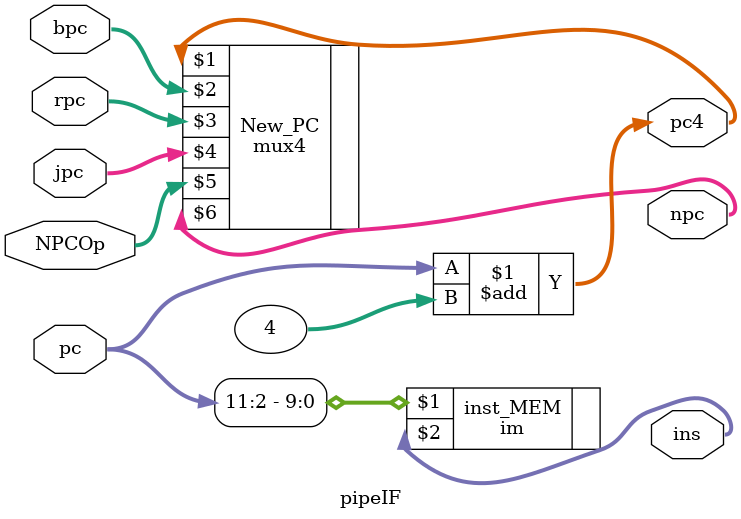
<source format=v>
`include "mux.v"
`include "im.v"

module pipeIF(NPCOp,pc,bpc,rpc,jpc,pc4,npc,ins);

input [1:0] NPCOp;
input [31:0] pc,bpc,rpc,jpc;
output [31:0] ins,npc,pc4;

mux4 New_PC(pc4,bpc,rpc,jpc,NPCOp,npc);
assign pc4=pc+4;
im inst_MEM(pc[11:2],ins);

endmodule


</source>
